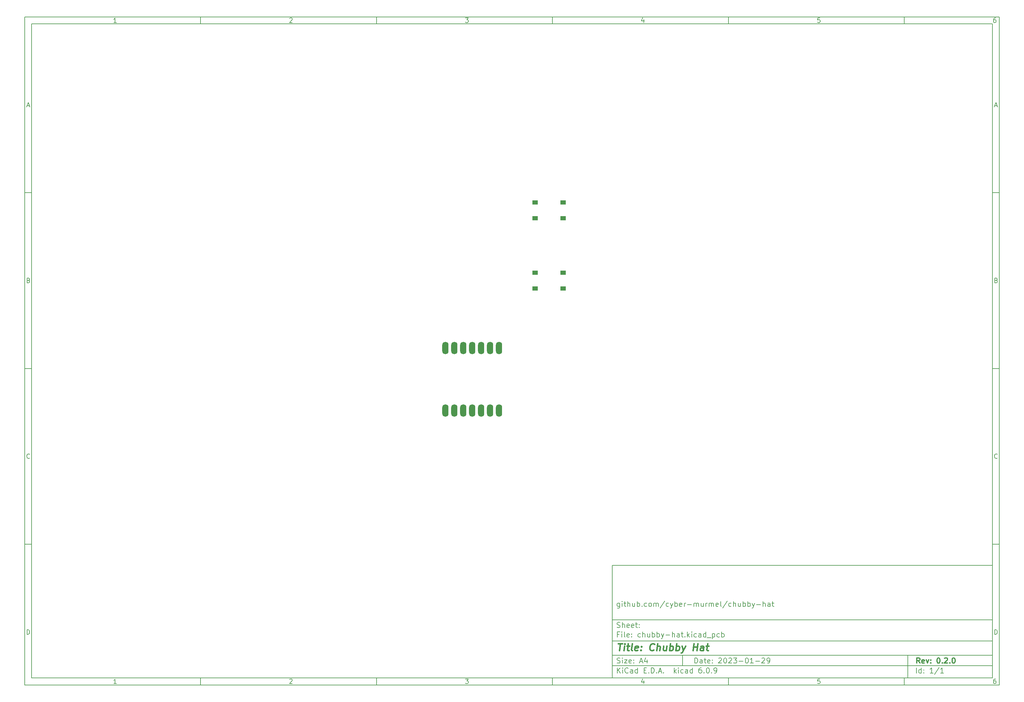
<source format=gbr>
%TF.GenerationSoftware,KiCad,Pcbnew,6.0.9*%
%TF.CreationDate,2023-01-30T01:56:59+01:00*%
%TF.ProjectId,chubby-hat,63687562-6279-42d6-9861-742e6b696361,0.2.0*%
%TF.SameCoordinates,Original*%
%TF.FileFunction,Paste,Top*%
%TF.FilePolarity,Positive*%
%FSLAX46Y46*%
G04 Gerber Fmt 4.6, Leading zero omitted, Abs format (unit mm)*
G04 Created by KiCad (PCBNEW 6.0.9) date 2023-01-30 01:56:59*
%MOMM*%
%LPD*%
G01*
G04 APERTURE LIST*
%ADD10C,0.100000*%
%ADD11C,0.150000*%
%ADD12C,0.300000*%
%ADD13C,0.400000*%
%ADD14O,1.778000X3.556000*%
%ADD15R,1.550000X1.300000*%
G04 APERTURE END LIST*
D10*
D11*
X177002200Y-166007200D02*
X177002200Y-198007200D01*
X285002200Y-198007200D01*
X285002200Y-166007200D01*
X177002200Y-166007200D01*
D10*
D11*
X10000000Y-10000000D02*
X10000000Y-200007200D01*
X287002200Y-200007200D01*
X287002200Y-10000000D01*
X10000000Y-10000000D01*
D10*
D11*
X12000000Y-12000000D02*
X12000000Y-198007200D01*
X285002200Y-198007200D01*
X285002200Y-12000000D01*
X12000000Y-12000000D01*
D10*
D11*
X60000000Y-12000000D02*
X60000000Y-10000000D01*
D10*
D11*
X110000000Y-12000000D02*
X110000000Y-10000000D01*
D10*
D11*
X160000000Y-12000000D02*
X160000000Y-10000000D01*
D10*
D11*
X210000000Y-12000000D02*
X210000000Y-10000000D01*
D10*
D11*
X260000000Y-12000000D02*
X260000000Y-10000000D01*
D10*
D11*
X36065476Y-11588095D02*
X35322619Y-11588095D01*
X35694047Y-11588095D02*
X35694047Y-10288095D01*
X35570238Y-10473809D01*
X35446428Y-10597619D01*
X35322619Y-10659523D01*
D10*
D11*
X85322619Y-10411904D02*
X85384523Y-10350000D01*
X85508333Y-10288095D01*
X85817857Y-10288095D01*
X85941666Y-10350000D01*
X86003571Y-10411904D01*
X86065476Y-10535714D01*
X86065476Y-10659523D01*
X86003571Y-10845238D01*
X85260714Y-11588095D01*
X86065476Y-11588095D01*
D10*
D11*
X135260714Y-10288095D02*
X136065476Y-10288095D01*
X135632142Y-10783333D01*
X135817857Y-10783333D01*
X135941666Y-10845238D01*
X136003571Y-10907142D01*
X136065476Y-11030952D01*
X136065476Y-11340476D01*
X136003571Y-11464285D01*
X135941666Y-11526190D01*
X135817857Y-11588095D01*
X135446428Y-11588095D01*
X135322619Y-11526190D01*
X135260714Y-11464285D01*
D10*
D11*
X185941666Y-10721428D02*
X185941666Y-11588095D01*
X185632142Y-10226190D02*
X185322619Y-11154761D01*
X186127380Y-11154761D01*
D10*
D11*
X236003571Y-10288095D02*
X235384523Y-10288095D01*
X235322619Y-10907142D01*
X235384523Y-10845238D01*
X235508333Y-10783333D01*
X235817857Y-10783333D01*
X235941666Y-10845238D01*
X236003571Y-10907142D01*
X236065476Y-11030952D01*
X236065476Y-11340476D01*
X236003571Y-11464285D01*
X235941666Y-11526190D01*
X235817857Y-11588095D01*
X235508333Y-11588095D01*
X235384523Y-11526190D01*
X235322619Y-11464285D01*
D10*
D11*
X285941666Y-10288095D02*
X285694047Y-10288095D01*
X285570238Y-10350000D01*
X285508333Y-10411904D01*
X285384523Y-10597619D01*
X285322619Y-10845238D01*
X285322619Y-11340476D01*
X285384523Y-11464285D01*
X285446428Y-11526190D01*
X285570238Y-11588095D01*
X285817857Y-11588095D01*
X285941666Y-11526190D01*
X286003571Y-11464285D01*
X286065476Y-11340476D01*
X286065476Y-11030952D01*
X286003571Y-10907142D01*
X285941666Y-10845238D01*
X285817857Y-10783333D01*
X285570238Y-10783333D01*
X285446428Y-10845238D01*
X285384523Y-10907142D01*
X285322619Y-11030952D01*
D10*
D11*
X60000000Y-198007200D02*
X60000000Y-200007200D01*
D10*
D11*
X110000000Y-198007200D02*
X110000000Y-200007200D01*
D10*
D11*
X160000000Y-198007200D02*
X160000000Y-200007200D01*
D10*
D11*
X210000000Y-198007200D02*
X210000000Y-200007200D01*
D10*
D11*
X260000000Y-198007200D02*
X260000000Y-200007200D01*
D10*
D11*
X36065476Y-199595295D02*
X35322619Y-199595295D01*
X35694047Y-199595295D02*
X35694047Y-198295295D01*
X35570238Y-198481009D01*
X35446428Y-198604819D01*
X35322619Y-198666723D01*
D10*
D11*
X85322619Y-198419104D02*
X85384523Y-198357200D01*
X85508333Y-198295295D01*
X85817857Y-198295295D01*
X85941666Y-198357200D01*
X86003571Y-198419104D01*
X86065476Y-198542914D01*
X86065476Y-198666723D01*
X86003571Y-198852438D01*
X85260714Y-199595295D01*
X86065476Y-199595295D01*
D10*
D11*
X135260714Y-198295295D02*
X136065476Y-198295295D01*
X135632142Y-198790533D01*
X135817857Y-198790533D01*
X135941666Y-198852438D01*
X136003571Y-198914342D01*
X136065476Y-199038152D01*
X136065476Y-199347676D01*
X136003571Y-199471485D01*
X135941666Y-199533390D01*
X135817857Y-199595295D01*
X135446428Y-199595295D01*
X135322619Y-199533390D01*
X135260714Y-199471485D01*
D10*
D11*
X185941666Y-198728628D02*
X185941666Y-199595295D01*
X185632142Y-198233390D02*
X185322619Y-199161961D01*
X186127380Y-199161961D01*
D10*
D11*
X236003571Y-198295295D02*
X235384523Y-198295295D01*
X235322619Y-198914342D01*
X235384523Y-198852438D01*
X235508333Y-198790533D01*
X235817857Y-198790533D01*
X235941666Y-198852438D01*
X236003571Y-198914342D01*
X236065476Y-199038152D01*
X236065476Y-199347676D01*
X236003571Y-199471485D01*
X235941666Y-199533390D01*
X235817857Y-199595295D01*
X235508333Y-199595295D01*
X235384523Y-199533390D01*
X235322619Y-199471485D01*
D10*
D11*
X285941666Y-198295295D02*
X285694047Y-198295295D01*
X285570238Y-198357200D01*
X285508333Y-198419104D01*
X285384523Y-198604819D01*
X285322619Y-198852438D01*
X285322619Y-199347676D01*
X285384523Y-199471485D01*
X285446428Y-199533390D01*
X285570238Y-199595295D01*
X285817857Y-199595295D01*
X285941666Y-199533390D01*
X286003571Y-199471485D01*
X286065476Y-199347676D01*
X286065476Y-199038152D01*
X286003571Y-198914342D01*
X285941666Y-198852438D01*
X285817857Y-198790533D01*
X285570238Y-198790533D01*
X285446428Y-198852438D01*
X285384523Y-198914342D01*
X285322619Y-199038152D01*
D10*
D11*
X10000000Y-60000000D02*
X12000000Y-60000000D01*
D10*
D11*
X10000000Y-110000000D02*
X12000000Y-110000000D01*
D10*
D11*
X10000000Y-160000000D02*
X12000000Y-160000000D01*
D10*
D11*
X10690476Y-35216666D02*
X11309523Y-35216666D01*
X10566666Y-35588095D02*
X11000000Y-34288095D01*
X11433333Y-35588095D01*
D10*
D11*
X11092857Y-84907142D02*
X11278571Y-84969047D01*
X11340476Y-85030952D01*
X11402380Y-85154761D01*
X11402380Y-85340476D01*
X11340476Y-85464285D01*
X11278571Y-85526190D01*
X11154761Y-85588095D01*
X10659523Y-85588095D01*
X10659523Y-84288095D01*
X11092857Y-84288095D01*
X11216666Y-84350000D01*
X11278571Y-84411904D01*
X11340476Y-84535714D01*
X11340476Y-84659523D01*
X11278571Y-84783333D01*
X11216666Y-84845238D01*
X11092857Y-84907142D01*
X10659523Y-84907142D01*
D10*
D11*
X11402380Y-135464285D02*
X11340476Y-135526190D01*
X11154761Y-135588095D01*
X11030952Y-135588095D01*
X10845238Y-135526190D01*
X10721428Y-135402380D01*
X10659523Y-135278571D01*
X10597619Y-135030952D01*
X10597619Y-134845238D01*
X10659523Y-134597619D01*
X10721428Y-134473809D01*
X10845238Y-134350000D01*
X11030952Y-134288095D01*
X11154761Y-134288095D01*
X11340476Y-134350000D01*
X11402380Y-134411904D01*
D10*
D11*
X10659523Y-185588095D02*
X10659523Y-184288095D01*
X10969047Y-184288095D01*
X11154761Y-184350000D01*
X11278571Y-184473809D01*
X11340476Y-184597619D01*
X11402380Y-184845238D01*
X11402380Y-185030952D01*
X11340476Y-185278571D01*
X11278571Y-185402380D01*
X11154761Y-185526190D01*
X10969047Y-185588095D01*
X10659523Y-185588095D01*
D10*
D11*
X287002200Y-60000000D02*
X285002200Y-60000000D01*
D10*
D11*
X287002200Y-110000000D02*
X285002200Y-110000000D01*
D10*
D11*
X287002200Y-160000000D02*
X285002200Y-160000000D01*
D10*
D11*
X285692676Y-35216666D02*
X286311723Y-35216666D01*
X285568866Y-35588095D02*
X286002200Y-34288095D01*
X286435533Y-35588095D01*
D10*
D11*
X286095057Y-84907142D02*
X286280771Y-84969047D01*
X286342676Y-85030952D01*
X286404580Y-85154761D01*
X286404580Y-85340476D01*
X286342676Y-85464285D01*
X286280771Y-85526190D01*
X286156961Y-85588095D01*
X285661723Y-85588095D01*
X285661723Y-84288095D01*
X286095057Y-84288095D01*
X286218866Y-84350000D01*
X286280771Y-84411904D01*
X286342676Y-84535714D01*
X286342676Y-84659523D01*
X286280771Y-84783333D01*
X286218866Y-84845238D01*
X286095057Y-84907142D01*
X285661723Y-84907142D01*
D10*
D11*
X286404580Y-135464285D02*
X286342676Y-135526190D01*
X286156961Y-135588095D01*
X286033152Y-135588095D01*
X285847438Y-135526190D01*
X285723628Y-135402380D01*
X285661723Y-135278571D01*
X285599819Y-135030952D01*
X285599819Y-134845238D01*
X285661723Y-134597619D01*
X285723628Y-134473809D01*
X285847438Y-134350000D01*
X286033152Y-134288095D01*
X286156961Y-134288095D01*
X286342676Y-134350000D01*
X286404580Y-134411904D01*
D10*
D11*
X285661723Y-185588095D02*
X285661723Y-184288095D01*
X285971247Y-184288095D01*
X286156961Y-184350000D01*
X286280771Y-184473809D01*
X286342676Y-184597619D01*
X286404580Y-184845238D01*
X286404580Y-185030952D01*
X286342676Y-185278571D01*
X286280771Y-185402380D01*
X286156961Y-185526190D01*
X285971247Y-185588095D01*
X285661723Y-185588095D01*
D10*
D11*
X200434342Y-193785771D02*
X200434342Y-192285771D01*
X200791485Y-192285771D01*
X201005771Y-192357200D01*
X201148628Y-192500057D01*
X201220057Y-192642914D01*
X201291485Y-192928628D01*
X201291485Y-193142914D01*
X201220057Y-193428628D01*
X201148628Y-193571485D01*
X201005771Y-193714342D01*
X200791485Y-193785771D01*
X200434342Y-193785771D01*
X202577200Y-193785771D02*
X202577200Y-193000057D01*
X202505771Y-192857200D01*
X202362914Y-192785771D01*
X202077200Y-192785771D01*
X201934342Y-192857200D01*
X202577200Y-193714342D02*
X202434342Y-193785771D01*
X202077200Y-193785771D01*
X201934342Y-193714342D01*
X201862914Y-193571485D01*
X201862914Y-193428628D01*
X201934342Y-193285771D01*
X202077200Y-193214342D01*
X202434342Y-193214342D01*
X202577200Y-193142914D01*
X203077200Y-192785771D02*
X203648628Y-192785771D01*
X203291485Y-192285771D02*
X203291485Y-193571485D01*
X203362914Y-193714342D01*
X203505771Y-193785771D01*
X203648628Y-193785771D01*
X204720057Y-193714342D02*
X204577200Y-193785771D01*
X204291485Y-193785771D01*
X204148628Y-193714342D01*
X204077200Y-193571485D01*
X204077200Y-193000057D01*
X204148628Y-192857200D01*
X204291485Y-192785771D01*
X204577200Y-192785771D01*
X204720057Y-192857200D01*
X204791485Y-193000057D01*
X204791485Y-193142914D01*
X204077200Y-193285771D01*
X205434342Y-193642914D02*
X205505771Y-193714342D01*
X205434342Y-193785771D01*
X205362914Y-193714342D01*
X205434342Y-193642914D01*
X205434342Y-193785771D01*
X205434342Y-192857200D02*
X205505771Y-192928628D01*
X205434342Y-193000057D01*
X205362914Y-192928628D01*
X205434342Y-192857200D01*
X205434342Y-193000057D01*
X207220057Y-192428628D02*
X207291485Y-192357200D01*
X207434342Y-192285771D01*
X207791485Y-192285771D01*
X207934342Y-192357200D01*
X208005771Y-192428628D01*
X208077200Y-192571485D01*
X208077200Y-192714342D01*
X208005771Y-192928628D01*
X207148628Y-193785771D01*
X208077200Y-193785771D01*
X209005771Y-192285771D02*
X209148628Y-192285771D01*
X209291485Y-192357200D01*
X209362914Y-192428628D01*
X209434342Y-192571485D01*
X209505771Y-192857200D01*
X209505771Y-193214342D01*
X209434342Y-193500057D01*
X209362914Y-193642914D01*
X209291485Y-193714342D01*
X209148628Y-193785771D01*
X209005771Y-193785771D01*
X208862914Y-193714342D01*
X208791485Y-193642914D01*
X208720057Y-193500057D01*
X208648628Y-193214342D01*
X208648628Y-192857200D01*
X208720057Y-192571485D01*
X208791485Y-192428628D01*
X208862914Y-192357200D01*
X209005771Y-192285771D01*
X210077200Y-192428628D02*
X210148628Y-192357200D01*
X210291485Y-192285771D01*
X210648628Y-192285771D01*
X210791485Y-192357200D01*
X210862914Y-192428628D01*
X210934342Y-192571485D01*
X210934342Y-192714342D01*
X210862914Y-192928628D01*
X210005771Y-193785771D01*
X210934342Y-193785771D01*
X211434342Y-192285771D02*
X212362914Y-192285771D01*
X211862914Y-192857200D01*
X212077200Y-192857200D01*
X212220057Y-192928628D01*
X212291485Y-193000057D01*
X212362914Y-193142914D01*
X212362914Y-193500057D01*
X212291485Y-193642914D01*
X212220057Y-193714342D01*
X212077200Y-193785771D01*
X211648628Y-193785771D01*
X211505771Y-193714342D01*
X211434342Y-193642914D01*
X213005771Y-193214342D02*
X214148628Y-193214342D01*
X215148628Y-192285771D02*
X215291485Y-192285771D01*
X215434342Y-192357200D01*
X215505771Y-192428628D01*
X215577200Y-192571485D01*
X215648628Y-192857200D01*
X215648628Y-193214342D01*
X215577200Y-193500057D01*
X215505771Y-193642914D01*
X215434342Y-193714342D01*
X215291485Y-193785771D01*
X215148628Y-193785771D01*
X215005771Y-193714342D01*
X214934342Y-193642914D01*
X214862914Y-193500057D01*
X214791485Y-193214342D01*
X214791485Y-192857200D01*
X214862914Y-192571485D01*
X214934342Y-192428628D01*
X215005771Y-192357200D01*
X215148628Y-192285771D01*
X217077200Y-193785771D02*
X216220057Y-193785771D01*
X216648628Y-193785771D02*
X216648628Y-192285771D01*
X216505771Y-192500057D01*
X216362914Y-192642914D01*
X216220057Y-192714342D01*
X217720057Y-193214342D02*
X218862914Y-193214342D01*
X219505771Y-192428628D02*
X219577200Y-192357200D01*
X219720057Y-192285771D01*
X220077200Y-192285771D01*
X220220057Y-192357200D01*
X220291485Y-192428628D01*
X220362914Y-192571485D01*
X220362914Y-192714342D01*
X220291485Y-192928628D01*
X219434342Y-193785771D01*
X220362914Y-193785771D01*
X221077200Y-193785771D02*
X221362914Y-193785771D01*
X221505771Y-193714342D01*
X221577200Y-193642914D01*
X221720057Y-193428628D01*
X221791485Y-193142914D01*
X221791485Y-192571485D01*
X221720057Y-192428628D01*
X221648628Y-192357200D01*
X221505771Y-192285771D01*
X221220057Y-192285771D01*
X221077200Y-192357200D01*
X221005771Y-192428628D01*
X220934342Y-192571485D01*
X220934342Y-192928628D01*
X221005771Y-193071485D01*
X221077200Y-193142914D01*
X221220057Y-193214342D01*
X221505771Y-193214342D01*
X221648628Y-193142914D01*
X221720057Y-193071485D01*
X221791485Y-192928628D01*
D10*
D11*
X177002200Y-194507200D02*
X285002200Y-194507200D01*
D10*
D11*
X178434342Y-196585771D02*
X178434342Y-195085771D01*
X179291485Y-196585771D02*
X178648628Y-195728628D01*
X179291485Y-195085771D02*
X178434342Y-195942914D01*
X179934342Y-196585771D02*
X179934342Y-195585771D01*
X179934342Y-195085771D02*
X179862914Y-195157200D01*
X179934342Y-195228628D01*
X180005771Y-195157200D01*
X179934342Y-195085771D01*
X179934342Y-195228628D01*
X181505771Y-196442914D02*
X181434342Y-196514342D01*
X181220057Y-196585771D01*
X181077200Y-196585771D01*
X180862914Y-196514342D01*
X180720057Y-196371485D01*
X180648628Y-196228628D01*
X180577200Y-195942914D01*
X180577200Y-195728628D01*
X180648628Y-195442914D01*
X180720057Y-195300057D01*
X180862914Y-195157200D01*
X181077200Y-195085771D01*
X181220057Y-195085771D01*
X181434342Y-195157200D01*
X181505771Y-195228628D01*
X182791485Y-196585771D02*
X182791485Y-195800057D01*
X182720057Y-195657200D01*
X182577200Y-195585771D01*
X182291485Y-195585771D01*
X182148628Y-195657200D01*
X182791485Y-196514342D02*
X182648628Y-196585771D01*
X182291485Y-196585771D01*
X182148628Y-196514342D01*
X182077200Y-196371485D01*
X182077200Y-196228628D01*
X182148628Y-196085771D01*
X182291485Y-196014342D01*
X182648628Y-196014342D01*
X182791485Y-195942914D01*
X184148628Y-196585771D02*
X184148628Y-195085771D01*
X184148628Y-196514342D02*
X184005771Y-196585771D01*
X183720057Y-196585771D01*
X183577200Y-196514342D01*
X183505771Y-196442914D01*
X183434342Y-196300057D01*
X183434342Y-195871485D01*
X183505771Y-195728628D01*
X183577200Y-195657200D01*
X183720057Y-195585771D01*
X184005771Y-195585771D01*
X184148628Y-195657200D01*
X186005771Y-195800057D02*
X186505771Y-195800057D01*
X186720057Y-196585771D02*
X186005771Y-196585771D01*
X186005771Y-195085771D01*
X186720057Y-195085771D01*
X187362914Y-196442914D02*
X187434342Y-196514342D01*
X187362914Y-196585771D01*
X187291485Y-196514342D01*
X187362914Y-196442914D01*
X187362914Y-196585771D01*
X188077200Y-196585771D02*
X188077200Y-195085771D01*
X188434342Y-195085771D01*
X188648628Y-195157200D01*
X188791485Y-195300057D01*
X188862914Y-195442914D01*
X188934342Y-195728628D01*
X188934342Y-195942914D01*
X188862914Y-196228628D01*
X188791485Y-196371485D01*
X188648628Y-196514342D01*
X188434342Y-196585771D01*
X188077200Y-196585771D01*
X189577200Y-196442914D02*
X189648628Y-196514342D01*
X189577200Y-196585771D01*
X189505771Y-196514342D01*
X189577200Y-196442914D01*
X189577200Y-196585771D01*
X190220057Y-196157200D02*
X190934342Y-196157200D01*
X190077200Y-196585771D02*
X190577200Y-195085771D01*
X191077200Y-196585771D01*
X191577200Y-196442914D02*
X191648628Y-196514342D01*
X191577200Y-196585771D01*
X191505771Y-196514342D01*
X191577200Y-196442914D01*
X191577200Y-196585771D01*
X194577200Y-196585771D02*
X194577200Y-195085771D01*
X194720057Y-196014342D02*
X195148628Y-196585771D01*
X195148628Y-195585771D02*
X194577200Y-196157200D01*
X195791485Y-196585771D02*
X195791485Y-195585771D01*
X195791485Y-195085771D02*
X195720057Y-195157200D01*
X195791485Y-195228628D01*
X195862914Y-195157200D01*
X195791485Y-195085771D01*
X195791485Y-195228628D01*
X197148628Y-196514342D02*
X197005771Y-196585771D01*
X196720057Y-196585771D01*
X196577200Y-196514342D01*
X196505771Y-196442914D01*
X196434342Y-196300057D01*
X196434342Y-195871485D01*
X196505771Y-195728628D01*
X196577200Y-195657200D01*
X196720057Y-195585771D01*
X197005771Y-195585771D01*
X197148628Y-195657200D01*
X198434342Y-196585771D02*
X198434342Y-195800057D01*
X198362914Y-195657200D01*
X198220057Y-195585771D01*
X197934342Y-195585771D01*
X197791485Y-195657200D01*
X198434342Y-196514342D02*
X198291485Y-196585771D01*
X197934342Y-196585771D01*
X197791485Y-196514342D01*
X197720057Y-196371485D01*
X197720057Y-196228628D01*
X197791485Y-196085771D01*
X197934342Y-196014342D01*
X198291485Y-196014342D01*
X198434342Y-195942914D01*
X199791485Y-196585771D02*
X199791485Y-195085771D01*
X199791485Y-196514342D02*
X199648628Y-196585771D01*
X199362914Y-196585771D01*
X199220057Y-196514342D01*
X199148628Y-196442914D01*
X199077200Y-196300057D01*
X199077200Y-195871485D01*
X199148628Y-195728628D01*
X199220057Y-195657200D01*
X199362914Y-195585771D01*
X199648628Y-195585771D01*
X199791485Y-195657200D01*
X202291485Y-195085771D02*
X202005771Y-195085771D01*
X201862914Y-195157200D01*
X201791485Y-195228628D01*
X201648628Y-195442914D01*
X201577200Y-195728628D01*
X201577200Y-196300057D01*
X201648628Y-196442914D01*
X201720057Y-196514342D01*
X201862914Y-196585771D01*
X202148628Y-196585771D01*
X202291485Y-196514342D01*
X202362914Y-196442914D01*
X202434342Y-196300057D01*
X202434342Y-195942914D01*
X202362914Y-195800057D01*
X202291485Y-195728628D01*
X202148628Y-195657200D01*
X201862914Y-195657200D01*
X201720057Y-195728628D01*
X201648628Y-195800057D01*
X201577200Y-195942914D01*
X203077200Y-196442914D02*
X203148628Y-196514342D01*
X203077200Y-196585771D01*
X203005771Y-196514342D01*
X203077200Y-196442914D01*
X203077200Y-196585771D01*
X204077200Y-195085771D02*
X204220057Y-195085771D01*
X204362914Y-195157200D01*
X204434342Y-195228628D01*
X204505771Y-195371485D01*
X204577200Y-195657200D01*
X204577200Y-196014342D01*
X204505771Y-196300057D01*
X204434342Y-196442914D01*
X204362914Y-196514342D01*
X204220057Y-196585771D01*
X204077200Y-196585771D01*
X203934342Y-196514342D01*
X203862914Y-196442914D01*
X203791485Y-196300057D01*
X203720057Y-196014342D01*
X203720057Y-195657200D01*
X203791485Y-195371485D01*
X203862914Y-195228628D01*
X203934342Y-195157200D01*
X204077200Y-195085771D01*
X205220057Y-196442914D02*
X205291485Y-196514342D01*
X205220057Y-196585771D01*
X205148628Y-196514342D01*
X205220057Y-196442914D01*
X205220057Y-196585771D01*
X206005771Y-196585771D02*
X206291485Y-196585771D01*
X206434342Y-196514342D01*
X206505771Y-196442914D01*
X206648628Y-196228628D01*
X206720057Y-195942914D01*
X206720057Y-195371485D01*
X206648628Y-195228628D01*
X206577200Y-195157200D01*
X206434342Y-195085771D01*
X206148628Y-195085771D01*
X206005771Y-195157200D01*
X205934342Y-195228628D01*
X205862914Y-195371485D01*
X205862914Y-195728628D01*
X205934342Y-195871485D01*
X206005771Y-195942914D01*
X206148628Y-196014342D01*
X206434342Y-196014342D01*
X206577200Y-195942914D01*
X206648628Y-195871485D01*
X206720057Y-195728628D01*
D10*
D11*
X177002200Y-191507200D02*
X285002200Y-191507200D01*
D10*
D12*
X264411485Y-193785771D02*
X263911485Y-193071485D01*
X263554342Y-193785771D02*
X263554342Y-192285771D01*
X264125771Y-192285771D01*
X264268628Y-192357200D01*
X264340057Y-192428628D01*
X264411485Y-192571485D01*
X264411485Y-192785771D01*
X264340057Y-192928628D01*
X264268628Y-193000057D01*
X264125771Y-193071485D01*
X263554342Y-193071485D01*
X265625771Y-193714342D02*
X265482914Y-193785771D01*
X265197200Y-193785771D01*
X265054342Y-193714342D01*
X264982914Y-193571485D01*
X264982914Y-193000057D01*
X265054342Y-192857200D01*
X265197200Y-192785771D01*
X265482914Y-192785771D01*
X265625771Y-192857200D01*
X265697200Y-193000057D01*
X265697200Y-193142914D01*
X264982914Y-193285771D01*
X266197200Y-192785771D02*
X266554342Y-193785771D01*
X266911485Y-192785771D01*
X267482914Y-193642914D02*
X267554342Y-193714342D01*
X267482914Y-193785771D01*
X267411485Y-193714342D01*
X267482914Y-193642914D01*
X267482914Y-193785771D01*
X267482914Y-192857200D02*
X267554342Y-192928628D01*
X267482914Y-193000057D01*
X267411485Y-192928628D01*
X267482914Y-192857200D01*
X267482914Y-193000057D01*
X269625771Y-192285771D02*
X269768628Y-192285771D01*
X269911485Y-192357200D01*
X269982914Y-192428628D01*
X270054342Y-192571485D01*
X270125771Y-192857200D01*
X270125771Y-193214342D01*
X270054342Y-193500057D01*
X269982914Y-193642914D01*
X269911485Y-193714342D01*
X269768628Y-193785771D01*
X269625771Y-193785771D01*
X269482914Y-193714342D01*
X269411485Y-193642914D01*
X269340057Y-193500057D01*
X269268628Y-193214342D01*
X269268628Y-192857200D01*
X269340057Y-192571485D01*
X269411485Y-192428628D01*
X269482914Y-192357200D01*
X269625771Y-192285771D01*
X270768628Y-193642914D02*
X270840057Y-193714342D01*
X270768628Y-193785771D01*
X270697200Y-193714342D01*
X270768628Y-193642914D01*
X270768628Y-193785771D01*
X271411485Y-192428628D02*
X271482914Y-192357200D01*
X271625771Y-192285771D01*
X271982914Y-192285771D01*
X272125771Y-192357200D01*
X272197200Y-192428628D01*
X272268628Y-192571485D01*
X272268628Y-192714342D01*
X272197200Y-192928628D01*
X271340057Y-193785771D01*
X272268628Y-193785771D01*
X272911485Y-193642914D02*
X272982914Y-193714342D01*
X272911485Y-193785771D01*
X272840057Y-193714342D01*
X272911485Y-193642914D01*
X272911485Y-193785771D01*
X273911485Y-192285771D02*
X274054342Y-192285771D01*
X274197200Y-192357200D01*
X274268628Y-192428628D01*
X274340057Y-192571485D01*
X274411485Y-192857200D01*
X274411485Y-193214342D01*
X274340057Y-193500057D01*
X274268628Y-193642914D01*
X274197200Y-193714342D01*
X274054342Y-193785771D01*
X273911485Y-193785771D01*
X273768628Y-193714342D01*
X273697200Y-193642914D01*
X273625771Y-193500057D01*
X273554342Y-193214342D01*
X273554342Y-192857200D01*
X273625771Y-192571485D01*
X273697200Y-192428628D01*
X273768628Y-192357200D01*
X273911485Y-192285771D01*
D10*
D11*
X178362914Y-193714342D02*
X178577200Y-193785771D01*
X178934342Y-193785771D01*
X179077200Y-193714342D01*
X179148628Y-193642914D01*
X179220057Y-193500057D01*
X179220057Y-193357200D01*
X179148628Y-193214342D01*
X179077200Y-193142914D01*
X178934342Y-193071485D01*
X178648628Y-193000057D01*
X178505771Y-192928628D01*
X178434342Y-192857200D01*
X178362914Y-192714342D01*
X178362914Y-192571485D01*
X178434342Y-192428628D01*
X178505771Y-192357200D01*
X178648628Y-192285771D01*
X179005771Y-192285771D01*
X179220057Y-192357200D01*
X179862914Y-193785771D02*
X179862914Y-192785771D01*
X179862914Y-192285771D02*
X179791485Y-192357200D01*
X179862914Y-192428628D01*
X179934342Y-192357200D01*
X179862914Y-192285771D01*
X179862914Y-192428628D01*
X180434342Y-192785771D02*
X181220057Y-192785771D01*
X180434342Y-193785771D01*
X181220057Y-193785771D01*
X182362914Y-193714342D02*
X182220057Y-193785771D01*
X181934342Y-193785771D01*
X181791485Y-193714342D01*
X181720057Y-193571485D01*
X181720057Y-193000057D01*
X181791485Y-192857200D01*
X181934342Y-192785771D01*
X182220057Y-192785771D01*
X182362914Y-192857200D01*
X182434342Y-193000057D01*
X182434342Y-193142914D01*
X181720057Y-193285771D01*
X183077200Y-193642914D02*
X183148628Y-193714342D01*
X183077200Y-193785771D01*
X183005771Y-193714342D01*
X183077200Y-193642914D01*
X183077200Y-193785771D01*
X183077200Y-192857200D02*
X183148628Y-192928628D01*
X183077200Y-193000057D01*
X183005771Y-192928628D01*
X183077200Y-192857200D01*
X183077200Y-193000057D01*
X184862914Y-193357200D02*
X185577200Y-193357200D01*
X184720057Y-193785771D02*
X185220057Y-192285771D01*
X185720057Y-193785771D01*
X186862914Y-192785771D02*
X186862914Y-193785771D01*
X186505771Y-192214342D02*
X186148628Y-193285771D01*
X187077200Y-193285771D01*
D10*
D11*
X263434342Y-196585771D02*
X263434342Y-195085771D01*
X264791485Y-196585771D02*
X264791485Y-195085771D01*
X264791485Y-196514342D02*
X264648628Y-196585771D01*
X264362914Y-196585771D01*
X264220057Y-196514342D01*
X264148628Y-196442914D01*
X264077200Y-196300057D01*
X264077200Y-195871485D01*
X264148628Y-195728628D01*
X264220057Y-195657200D01*
X264362914Y-195585771D01*
X264648628Y-195585771D01*
X264791485Y-195657200D01*
X265505771Y-196442914D02*
X265577200Y-196514342D01*
X265505771Y-196585771D01*
X265434342Y-196514342D01*
X265505771Y-196442914D01*
X265505771Y-196585771D01*
X265505771Y-195657200D02*
X265577200Y-195728628D01*
X265505771Y-195800057D01*
X265434342Y-195728628D01*
X265505771Y-195657200D01*
X265505771Y-195800057D01*
X268148628Y-196585771D02*
X267291485Y-196585771D01*
X267720057Y-196585771D02*
X267720057Y-195085771D01*
X267577200Y-195300057D01*
X267434342Y-195442914D01*
X267291485Y-195514342D01*
X269862914Y-195014342D02*
X268577200Y-196942914D01*
X271148628Y-196585771D02*
X270291485Y-196585771D01*
X270720057Y-196585771D02*
X270720057Y-195085771D01*
X270577200Y-195300057D01*
X270434342Y-195442914D01*
X270291485Y-195514342D01*
D10*
D11*
X177002200Y-187507200D02*
X285002200Y-187507200D01*
D10*
D13*
X178714580Y-188211961D02*
X179857438Y-188211961D01*
X179036009Y-190211961D02*
X179286009Y-188211961D01*
X180274104Y-190211961D02*
X180440771Y-188878628D01*
X180524104Y-188211961D02*
X180416961Y-188307200D01*
X180500295Y-188402438D01*
X180607438Y-188307200D01*
X180524104Y-188211961D01*
X180500295Y-188402438D01*
X181107438Y-188878628D02*
X181869342Y-188878628D01*
X181476485Y-188211961D02*
X181262200Y-189926247D01*
X181333628Y-190116723D01*
X181512200Y-190211961D01*
X181702676Y-190211961D01*
X182655057Y-190211961D02*
X182476485Y-190116723D01*
X182405057Y-189926247D01*
X182619342Y-188211961D01*
X184190771Y-190116723D02*
X183988390Y-190211961D01*
X183607438Y-190211961D01*
X183428866Y-190116723D01*
X183357438Y-189926247D01*
X183452676Y-189164342D01*
X183571723Y-188973866D01*
X183774104Y-188878628D01*
X184155057Y-188878628D01*
X184333628Y-188973866D01*
X184405057Y-189164342D01*
X184381247Y-189354819D01*
X183405057Y-189545295D01*
X185155057Y-190021485D02*
X185238390Y-190116723D01*
X185131247Y-190211961D01*
X185047914Y-190116723D01*
X185155057Y-190021485D01*
X185131247Y-190211961D01*
X185286009Y-188973866D02*
X185369342Y-189069104D01*
X185262200Y-189164342D01*
X185178866Y-189069104D01*
X185286009Y-188973866D01*
X185262200Y-189164342D01*
X188774104Y-190021485D02*
X188666961Y-190116723D01*
X188369342Y-190211961D01*
X188178866Y-190211961D01*
X187905057Y-190116723D01*
X187738390Y-189926247D01*
X187666961Y-189735771D01*
X187619342Y-189354819D01*
X187655057Y-189069104D01*
X187797914Y-188688152D01*
X187916961Y-188497676D01*
X188131247Y-188307200D01*
X188428866Y-188211961D01*
X188619342Y-188211961D01*
X188893152Y-188307200D01*
X188976485Y-188402438D01*
X189607438Y-190211961D02*
X189857438Y-188211961D01*
X190464580Y-190211961D02*
X190595533Y-189164342D01*
X190524104Y-188973866D01*
X190345533Y-188878628D01*
X190059819Y-188878628D01*
X189857438Y-188973866D01*
X189750295Y-189069104D01*
X192440771Y-188878628D02*
X192274104Y-190211961D01*
X191583628Y-188878628D02*
X191452676Y-189926247D01*
X191524104Y-190116723D01*
X191702676Y-190211961D01*
X191988390Y-190211961D01*
X192190771Y-190116723D01*
X192297914Y-190021485D01*
X193226485Y-190211961D02*
X193476485Y-188211961D01*
X193381247Y-188973866D02*
X193583628Y-188878628D01*
X193964580Y-188878628D01*
X194143152Y-188973866D01*
X194226485Y-189069104D01*
X194297914Y-189259580D01*
X194226485Y-189831009D01*
X194107438Y-190021485D01*
X194000295Y-190116723D01*
X193797914Y-190211961D01*
X193416961Y-190211961D01*
X193238390Y-190116723D01*
X195036009Y-190211961D02*
X195286009Y-188211961D01*
X195190771Y-188973866D02*
X195393152Y-188878628D01*
X195774104Y-188878628D01*
X195952676Y-188973866D01*
X196036009Y-189069104D01*
X196107438Y-189259580D01*
X196036009Y-189831009D01*
X195916961Y-190021485D01*
X195809819Y-190116723D01*
X195607438Y-190211961D01*
X195226485Y-190211961D01*
X195047914Y-190116723D01*
X196821723Y-188878628D02*
X197131247Y-190211961D01*
X197774104Y-188878628D02*
X197131247Y-190211961D01*
X196881247Y-190688152D01*
X196774104Y-190783390D01*
X196571723Y-190878628D01*
X199893152Y-190211961D02*
X200143152Y-188211961D01*
X200024104Y-189164342D02*
X201166961Y-189164342D01*
X201036009Y-190211961D02*
X201286009Y-188211961D01*
X202845533Y-190211961D02*
X202976485Y-189164342D01*
X202905057Y-188973866D01*
X202726485Y-188878628D01*
X202345533Y-188878628D01*
X202143152Y-188973866D01*
X202857438Y-190116723D02*
X202655057Y-190211961D01*
X202178866Y-190211961D01*
X202000295Y-190116723D01*
X201928866Y-189926247D01*
X201952676Y-189735771D01*
X202071723Y-189545295D01*
X202274104Y-189450057D01*
X202750295Y-189450057D01*
X202952676Y-189354819D01*
X203678866Y-188878628D02*
X204440771Y-188878628D01*
X204047914Y-188211961D02*
X203833628Y-189926247D01*
X203905057Y-190116723D01*
X204083628Y-190211961D01*
X204274104Y-190211961D01*
D10*
D11*
X178934342Y-185600057D02*
X178434342Y-185600057D01*
X178434342Y-186385771D02*
X178434342Y-184885771D01*
X179148628Y-184885771D01*
X179720057Y-186385771D02*
X179720057Y-185385771D01*
X179720057Y-184885771D02*
X179648628Y-184957200D01*
X179720057Y-185028628D01*
X179791485Y-184957200D01*
X179720057Y-184885771D01*
X179720057Y-185028628D01*
X180648628Y-186385771D02*
X180505771Y-186314342D01*
X180434342Y-186171485D01*
X180434342Y-184885771D01*
X181791485Y-186314342D02*
X181648628Y-186385771D01*
X181362914Y-186385771D01*
X181220057Y-186314342D01*
X181148628Y-186171485D01*
X181148628Y-185600057D01*
X181220057Y-185457200D01*
X181362914Y-185385771D01*
X181648628Y-185385771D01*
X181791485Y-185457200D01*
X181862914Y-185600057D01*
X181862914Y-185742914D01*
X181148628Y-185885771D01*
X182505771Y-186242914D02*
X182577200Y-186314342D01*
X182505771Y-186385771D01*
X182434342Y-186314342D01*
X182505771Y-186242914D01*
X182505771Y-186385771D01*
X182505771Y-185457200D02*
X182577200Y-185528628D01*
X182505771Y-185600057D01*
X182434342Y-185528628D01*
X182505771Y-185457200D01*
X182505771Y-185600057D01*
X185005771Y-186314342D02*
X184862914Y-186385771D01*
X184577200Y-186385771D01*
X184434342Y-186314342D01*
X184362914Y-186242914D01*
X184291485Y-186100057D01*
X184291485Y-185671485D01*
X184362914Y-185528628D01*
X184434342Y-185457200D01*
X184577200Y-185385771D01*
X184862914Y-185385771D01*
X185005771Y-185457200D01*
X185648628Y-186385771D02*
X185648628Y-184885771D01*
X186291485Y-186385771D02*
X186291485Y-185600057D01*
X186220057Y-185457200D01*
X186077200Y-185385771D01*
X185862914Y-185385771D01*
X185720057Y-185457200D01*
X185648628Y-185528628D01*
X187648628Y-185385771D02*
X187648628Y-186385771D01*
X187005771Y-185385771D02*
X187005771Y-186171485D01*
X187077200Y-186314342D01*
X187220057Y-186385771D01*
X187434342Y-186385771D01*
X187577200Y-186314342D01*
X187648628Y-186242914D01*
X188362914Y-186385771D02*
X188362914Y-184885771D01*
X188362914Y-185457200D02*
X188505771Y-185385771D01*
X188791485Y-185385771D01*
X188934342Y-185457200D01*
X189005771Y-185528628D01*
X189077200Y-185671485D01*
X189077200Y-186100057D01*
X189005771Y-186242914D01*
X188934342Y-186314342D01*
X188791485Y-186385771D01*
X188505771Y-186385771D01*
X188362914Y-186314342D01*
X189720057Y-186385771D02*
X189720057Y-184885771D01*
X189720057Y-185457200D02*
X189862914Y-185385771D01*
X190148628Y-185385771D01*
X190291485Y-185457200D01*
X190362914Y-185528628D01*
X190434342Y-185671485D01*
X190434342Y-186100057D01*
X190362914Y-186242914D01*
X190291485Y-186314342D01*
X190148628Y-186385771D01*
X189862914Y-186385771D01*
X189720057Y-186314342D01*
X190934342Y-185385771D02*
X191291485Y-186385771D01*
X191648628Y-185385771D02*
X191291485Y-186385771D01*
X191148628Y-186742914D01*
X191077200Y-186814342D01*
X190934342Y-186885771D01*
X192220057Y-185814342D02*
X193362914Y-185814342D01*
X194077200Y-186385771D02*
X194077200Y-184885771D01*
X194720057Y-186385771D02*
X194720057Y-185600057D01*
X194648628Y-185457200D01*
X194505771Y-185385771D01*
X194291485Y-185385771D01*
X194148628Y-185457200D01*
X194077200Y-185528628D01*
X196077200Y-186385771D02*
X196077200Y-185600057D01*
X196005771Y-185457200D01*
X195862914Y-185385771D01*
X195577200Y-185385771D01*
X195434342Y-185457200D01*
X196077200Y-186314342D02*
X195934342Y-186385771D01*
X195577200Y-186385771D01*
X195434342Y-186314342D01*
X195362914Y-186171485D01*
X195362914Y-186028628D01*
X195434342Y-185885771D01*
X195577200Y-185814342D01*
X195934342Y-185814342D01*
X196077200Y-185742914D01*
X196577200Y-185385771D02*
X197148628Y-185385771D01*
X196791485Y-184885771D02*
X196791485Y-186171485D01*
X196862914Y-186314342D01*
X197005771Y-186385771D01*
X197148628Y-186385771D01*
X197648628Y-186242914D02*
X197720057Y-186314342D01*
X197648628Y-186385771D01*
X197577200Y-186314342D01*
X197648628Y-186242914D01*
X197648628Y-186385771D01*
X198362914Y-186385771D02*
X198362914Y-184885771D01*
X198505771Y-185814342D02*
X198934342Y-186385771D01*
X198934342Y-185385771D02*
X198362914Y-185957200D01*
X199577200Y-186385771D02*
X199577200Y-185385771D01*
X199577200Y-184885771D02*
X199505771Y-184957200D01*
X199577200Y-185028628D01*
X199648628Y-184957200D01*
X199577200Y-184885771D01*
X199577200Y-185028628D01*
X200934342Y-186314342D02*
X200791485Y-186385771D01*
X200505771Y-186385771D01*
X200362914Y-186314342D01*
X200291485Y-186242914D01*
X200220057Y-186100057D01*
X200220057Y-185671485D01*
X200291485Y-185528628D01*
X200362914Y-185457200D01*
X200505771Y-185385771D01*
X200791485Y-185385771D01*
X200934342Y-185457200D01*
X202220057Y-186385771D02*
X202220057Y-185600057D01*
X202148628Y-185457200D01*
X202005771Y-185385771D01*
X201720057Y-185385771D01*
X201577200Y-185457200D01*
X202220057Y-186314342D02*
X202077200Y-186385771D01*
X201720057Y-186385771D01*
X201577200Y-186314342D01*
X201505771Y-186171485D01*
X201505771Y-186028628D01*
X201577200Y-185885771D01*
X201720057Y-185814342D01*
X202077200Y-185814342D01*
X202220057Y-185742914D01*
X203577200Y-186385771D02*
X203577200Y-184885771D01*
X203577200Y-186314342D02*
X203434342Y-186385771D01*
X203148628Y-186385771D01*
X203005771Y-186314342D01*
X202934342Y-186242914D01*
X202862914Y-186100057D01*
X202862914Y-185671485D01*
X202934342Y-185528628D01*
X203005771Y-185457200D01*
X203148628Y-185385771D01*
X203434342Y-185385771D01*
X203577200Y-185457200D01*
X203934342Y-186528628D02*
X205077200Y-186528628D01*
X205434342Y-185385771D02*
X205434342Y-186885771D01*
X205434342Y-185457200D02*
X205577200Y-185385771D01*
X205862914Y-185385771D01*
X206005771Y-185457200D01*
X206077200Y-185528628D01*
X206148628Y-185671485D01*
X206148628Y-186100057D01*
X206077200Y-186242914D01*
X206005771Y-186314342D01*
X205862914Y-186385771D01*
X205577200Y-186385771D01*
X205434342Y-186314342D01*
X207434342Y-186314342D02*
X207291485Y-186385771D01*
X207005771Y-186385771D01*
X206862914Y-186314342D01*
X206791485Y-186242914D01*
X206720057Y-186100057D01*
X206720057Y-185671485D01*
X206791485Y-185528628D01*
X206862914Y-185457200D01*
X207005771Y-185385771D01*
X207291485Y-185385771D01*
X207434342Y-185457200D01*
X208077200Y-186385771D02*
X208077200Y-184885771D01*
X208077200Y-185457200D02*
X208220057Y-185385771D01*
X208505771Y-185385771D01*
X208648628Y-185457200D01*
X208720057Y-185528628D01*
X208791485Y-185671485D01*
X208791485Y-186100057D01*
X208720057Y-186242914D01*
X208648628Y-186314342D01*
X208505771Y-186385771D01*
X208220057Y-186385771D01*
X208077200Y-186314342D01*
D10*
D11*
X177002200Y-181507200D02*
X285002200Y-181507200D01*
D10*
D11*
X178362914Y-183614342D02*
X178577200Y-183685771D01*
X178934342Y-183685771D01*
X179077200Y-183614342D01*
X179148628Y-183542914D01*
X179220057Y-183400057D01*
X179220057Y-183257200D01*
X179148628Y-183114342D01*
X179077200Y-183042914D01*
X178934342Y-182971485D01*
X178648628Y-182900057D01*
X178505771Y-182828628D01*
X178434342Y-182757200D01*
X178362914Y-182614342D01*
X178362914Y-182471485D01*
X178434342Y-182328628D01*
X178505771Y-182257200D01*
X178648628Y-182185771D01*
X179005771Y-182185771D01*
X179220057Y-182257200D01*
X179862914Y-183685771D02*
X179862914Y-182185771D01*
X180505771Y-183685771D02*
X180505771Y-182900057D01*
X180434342Y-182757200D01*
X180291485Y-182685771D01*
X180077200Y-182685771D01*
X179934342Y-182757200D01*
X179862914Y-182828628D01*
X181791485Y-183614342D02*
X181648628Y-183685771D01*
X181362914Y-183685771D01*
X181220057Y-183614342D01*
X181148628Y-183471485D01*
X181148628Y-182900057D01*
X181220057Y-182757200D01*
X181362914Y-182685771D01*
X181648628Y-182685771D01*
X181791485Y-182757200D01*
X181862914Y-182900057D01*
X181862914Y-183042914D01*
X181148628Y-183185771D01*
X183077200Y-183614342D02*
X182934342Y-183685771D01*
X182648628Y-183685771D01*
X182505771Y-183614342D01*
X182434342Y-183471485D01*
X182434342Y-182900057D01*
X182505771Y-182757200D01*
X182648628Y-182685771D01*
X182934342Y-182685771D01*
X183077200Y-182757200D01*
X183148628Y-182900057D01*
X183148628Y-183042914D01*
X182434342Y-183185771D01*
X183577200Y-182685771D02*
X184148628Y-182685771D01*
X183791485Y-182185771D02*
X183791485Y-183471485D01*
X183862914Y-183614342D01*
X184005771Y-183685771D01*
X184148628Y-183685771D01*
X184648628Y-183542914D02*
X184720057Y-183614342D01*
X184648628Y-183685771D01*
X184577200Y-183614342D01*
X184648628Y-183542914D01*
X184648628Y-183685771D01*
X184648628Y-182757200D02*
X184720057Y-182828628D01*
X184648628Y-182900057D01*
X184577200Y-182828628D01*
X184648628Y-182757200D01*
X184648628Y-182900057D01*
D10*
D12*
D10*
D11*
X179077200Y-176685771D02*
X179077200Y-177900057D01*
X179005771Y-178042914D01*
X178934342Y-178114342D01*
X178791485Y-178185771D01*
X178577200Y-178185771D01*
X178434342Y-178114342D01*
X179077200Y-177614342D02*
X178934342Y-177685771D01*
X178648628Y-177685771D01*
X178505771Y-177614342D01*
X178434342Y-177542914D01*
X178362914Y-177400057D01*
X178362914Y-176971485D01*
X178434342Y-176828628D01*
X178505771Y-176757200D01*
X178648628Y-176685771D01*
X178934342Y-176685771D01*
X179077200Y-176757200D01*
X179791485Y-177685771D02*
X179791485Y-176685771D01*
X179791485Y-176185771D02*
X179720057Y-176257200D01*
X179791485Y-176328628D01*
X179862914Y-176257200D01*
X179791485Y-176185771D01*
X179791485Y-176328628D01*
X180291485Y-176685771D02*
X180862914Y-176685771D01*
X180505771Y-176185771D02*
X180505771Y-177471485D01*
X180577200Y-177614342D01*
X180720057Y-177685771D01*
X180862914Y-177685771D01*
X181362914Y-177685771D02*
X181362914Y-176185771D01*
X182005771Y-177685771D02*
X182005771Y-176900057D01*
X181934342Y-176757200D01*
X181791485Y-176685771D01*
X181577200Y-176685771D01*
X181434342Y-176757200D01*
X181362914Y-176828628D01*
X183362914Y-176685771D02*
X183362914Y-177685771D01*
X182720057Y-176685771D02*
X182720057Y-177471485D01*
X182791485Y-177614342D01*
X182934342Y-177685771D01*
X183148628Y-177685771D01*
X183291485Y-177614342D01*
X183362914Y-177542914D01*
X184077200Y-177685771D02*
X184077200Y-176185771D01*
X184077200Y-176757200D02*
X184220057Y-176685771D01*
X184505771Y-176685771D01*
X184648628Y-176757200D01*
X184720057Y-176828628D01*
X184791485Y-176971485D01*
X184791485Y-177400057D01*
X184720057Y-177542914D01*
X184648628Y-177614342D01*
X184505771Y-177685771D01*
X184220057Y-177685771D01*
X184077200Y-177614342D01*
X185434342Y-177542914D02*
X185505771Y-177614342D01*
X185434342Y-177685771D01*
X185362914Y-177614342D01*
X185434342Y-177542914D01*
X185434342Y-177685771D01*
X186791485Y-177614342D02*
X186648628Y-177685771D01*
X186362914Y-177685771D01*
X186220057Y-177614342D01*
X186148628Y-177542914D01*
X186077200Y-177400057D01*
X186077200Y-176971485D01*
X186148628Y-176828628D01*
X186220057Y-176757200D01*
X186362914Y-176685771D01*
X186648628Y-176685771D01*
X186791485Y-176757200D01*
X187648628Y-177685771D02*
X187505771Y-177614342D01*
X187434342Y-177542914D01*
X187362914Y-177400057D01*
X187362914Y-176971485D01*
X187434342Y-176828628D01*
X187505771Y-176757200D01*
X187648628Y-176685771D01*
X187862914Y-176685771D01*
X188005771Y-176757200D01*
X188077200Y-176828628D01*
X188148628Y-176971485D01*
X188148628Y-177400057D01*
X188077200Y-177542914D01*
X188005771Y-177614342D01*
X187862914Y-177685771D01*
X187648628Y-177685771D01*
X188791485Y-177685771D02*
X188791485Y-176685771D01*
X188791485Y-176828628D02*
X188862914Y-176757200D01*
X189005771Y-176685771D01*
X189220057Y-176685771D01*
X189362914Y-176757200D01*
X189434342Y-176900057D01*
X189434342Y-177685771D01*
X189434342Y-176900057D02*
X189505771Y-176757200D01*
X189648628Y-176685771D01*
X189862914Y-176685771D01*
X190005771Y-176757200D01*
X190077200Y-176900057D01*
X190077200Y-177685771D01*
X191862914Y-176114342D02*
X190577200Y-178042914D01*
X193005771Y-177614342D02*
X192862914Y-177685771D01*
X192577200Y-177685771D01*
X192434342Y-177614342D01*
X192362914Y-177542914D01*
X192291485Y-177400057D01*
X192291485Y-176971485D01*
X192362914Y-176828628D01*
X192434342Y-176757200D01*
X192577200Y-176685771D01*
X192862914Y-176685771D01*
X193005771Y-176757200D01*
X193505771Y-176685771D02*
X193862914Y-177685771D01*
X194220057Y-176685771D02*
X193862914Y-177685771D01*
X193720057Y-178042914D01*
X193648628Y-178114342D01*
X193505771Y-178185771D01*
X194791485Y-177685771D02*
X194791485Y-176185771D01*
X194791485Y-176757200D02*
X194934342Y-176685771D01*
X195220057Y-176685771D01*
X195362914Y-176757200D01*
X195434342Y-176828628D01*
X195505771Y-176971485D01*
X195505771Y-177400057D01*
X195434342Y-177542914D01*
X195362914Y-177614342D01*
X195220057Y-177685771D01*
X194934342Y-177685771D01*
X194791485Y-177614342D01*
X196720057Y-177614342D02*
X196577200Y-177685771D01*
X196291485Y-177685771D01*
X196148628Y-177614342D01*
X196077200Y-177471485D01*
X196077200Y-176900057D01*
X196148628Y-176757200D01*
X196291485Y-176685771D01*
X196577200Y-176685771D01*
X196720057Y-176757200D01*
X196791485Y-176900057D01*
X196791485Y-177042914D01*
X196077200Y-177185771D01*
X197434342Y-177685771D02*
X197434342Y-176685771D01*
X197434342Y-176971485D02*
X197505771Y-176828628D01*
X197577200Y-176757200D01*
X197720057Y-176685771D01*
X197862914Y-176685771D01*
X198362914Y-177114342D02*
X199505771Y-177114342D01*
X200220057Y-177685771D02*
X200220057Y-176685771D01*
X200220057Y-176828628D02*
X200291485Y-176757200D01*
X200434342Y-176685771D01*
X200648628Y-176685771D01*
X200791485Y-176757200D01*
X200862914Y-176900057D01*
X200862914Y-177685771D01*
X200862914Y-176900057D02*
X200934342Y-176757200D01*
X201077200Y-176685771D01*
X201291485Y-176685771D01*
X201434342Y-176757200D01*
X201505771Y-176900057D01*
X201505771Y-177685771D01*
X202862914Y-176685771D02*
X202862914Y-177685771D01*
X202220057Y-176685771D02*
X202220057Y-177471485D01*
X202291485Y-177614342D01*
X202434342Y-177685771D01*
X202648628Y-177685771D01*
X202791485Y-177614342D01*
X202862914Y-177542914D01*
X203577200Y-177685771D02*
X203577200Y-176685771D01*
X203577200Y-176971485D02*
X203648628Y-176828628D01*
X203720057Y-176757200D01*
X203862914Y-176685771D01*
X204005771Y-176685771D01*
X204505771Y-177685771D02*
X204505771Y-176685771D01*
X204505771Y-176828628D02*
X204577200Y-176757200D01*
X204720057Y-176685771D01*
X204934342Y-176685771D01*
X205077200Y-176757200D01*
X205148628Y-176900057D01*
X205148628Y-177685771D01*
X205148628Y-176900057D02*
X205220057Y-176757200D01*
X205362914Y-176685771D01*
X205577200Y-176685771D01*
X205720057Y-176757200D01*
X205791485Y-176900057D01*
X205791485Y-177685771D01*
X207077200Y-177614342D02*
X206934342Y-177685771D01*
X206648628Y-177685771D01*
X206505771Y-177614342D01*
X206434342Y-177471485D01*
X206434342Y-176900057D01*
X206505771Y-176757200D01*
X206648628Y-176685771D01*
X206934342Y-176685771D01*
X207077200Y-176757200D01*
X207148628Y-176900057D01*
X207148628Y-177042914D01*
X206434342Y-177185771D01*
X208005771Y-177685771D02*
X207862914Y-177614342D01*
X207791485Y-177471485D01*
X207791485Y-176185771D01*
X209648628Y-176114342D02*
X208362914Y-178042914D01*
X210791485Y-177614342D02*
X210648628Y-177685771D01*
X210362914Y-177685771D01*
X210220057Y-177614342D01*
X210148628Y-177542914D01*
X210077200Y-177400057D01*
X210077200Y-176971485D01*
X210148628Y-176828628D01*
X210220057Y-176757200D01*
X210362914Y-176685771D01*
X210648628Y-176685771D01*
X210791485Y-176757200D01*
X211434342Y-177685771D02*
X211434342Y-176185771D01*
X212077200Y-177685771D02*
X212077200Y-176900057D01*
X212005771Y-176757200D01*
X211862914Y-176685771D01*
X211648628Y-176685771D01*
X211505771Y-176757200D01*
X211434342Y-176828628D01*
X213434342Y-176685771D02*
X213434342Y-177685771D01*
X212791485Y-176685771D02*
X212791485Y-177471485D01*
X212862914Y-177614342D01*
X213005771Y-177685771D01*
X213220057Y-177685771D01*
X213362914Y-177614342D01*
X213434342Y-177542914D01*
X214148628Y-177685771D02*
X214148628Y-176185771D01*
X214148628Y-176757200D02*
X214291485Y-176685771D01*
X214577200Y-176685771D01*
X214720057Y-176757200D01*
X214791485Y-176828628D01*
X214862914Y-176971485D01*
X214862914Y-177400057D01*
X214791485Y-177542914D01*
X214720057Y-177614342D01*
X214577200Y-177685771D01*
X214291485Y-177685771D01*
X214148628Y-177614342D01*
X215505771Y-177685771D02*
X215505771Y-176185771D01*
X215505771Y-176757200D02*
X215648628Y-176685771D01*
X215934342Y-176685771D01*
X216077200Y-176757200D01*
X216148628Y-176828628D01*
X216220057Y-176971485D01*
X216220057Y-177400057D01*
X216148628Y-177542914D01*
X216077200Y-177614342D01*
X215934342Y-177685771D01*
X215648628Y-177685771D01*
X215505771Y-177614342D01*
X216720057Y-176685771D02*
X217077200Y-177685771D01*
X217434342Y-176685771D02*
X217077200Y-177685771D01*
X216934342Y-178042914D01*
X216862914Y-178114342D01*
X216720057Y-178185771D01*
X218005771Y-177114342D02*
X219148628Y-177114342D01*
X219862914Y-177685771D02*
X219862914Y-176185771D01*
X220505771Y-177685771D02*
X220505771Y-176900057D01*
X220434342Y-176757200D01*
X220291485Y-176685771D01*
X220077200Y-176685771D01*
X219934342Y-176757200D01*
X219862914Y-176828628D01*
X221862914Y-177685771D02*
X221862914Y-176900057D01*
X221791485Y-176757200D01*
X221648628Y-176685771D01*
X221362914Y-176685771D01*
X221220057Y-176757200D01*
X221862914Y-177614342D02*
X221720057Y-177685771D01*
X221362914Y-177685771D01*
X221220057Y-177614342D01*
X221148628Y-177471485D01*
X221148628Y-177328628D01*
X221220057Y-177185771D01*
X221362914Y-177114342D01*
X221720057Y-177114342D01*
X221862914Y-177042914D01*
X222362914Y-176685771D02*
X222934342Y-176685771D01*
X222577200Y-176185771D02*
X222577200Y-177471485D01*
X222648628Y-177614342D01*
X222791485Y-177685771D01*
X222934342Y-177685771D01*
D10*
D11*
D10*
D11*
D10*
D11*
D10*
D11*
X197002200Y-191507200D02*
X197002200Y-194507200D01*
D10*
D11*
X261002200Y-191507200D02*
X261002200Y-198007200D01*
D14*
%TO.C,A1*%
X129540000Y-121920000D03*
X132080000Y-121920000D03*
X134620000Y-121920000D03*
X137160000Y-121920000D03*
X139700000Y-121920000D03*
X142240000Y-121920000D03*
X144780000Y-121920000D03*
X144780000Y-104140000D03*
X142240000Y-104140000D03*
X139700000Y-104140000D03*
X137160000Y-104140000D03*
X134620000Y-104140000D03*
X132080000Y-104140000D03*
X129540000Y-104140000D03*
%TD*%
D15*
%TO.C,SW1*%
X162975000Y-82750000D03*
X155025000Y-82750000D03*
X155025000Y-87250000D03*
X162975000Y-87250000D03*
%TD*%
%TO.C,SW2*%
X155025000Y-67250000D03*
X162975000Y-67250000D03*
X162975000Y-62750000D03*
X155025000Y-62750000D03*
%TD*%
M02*

</source>
